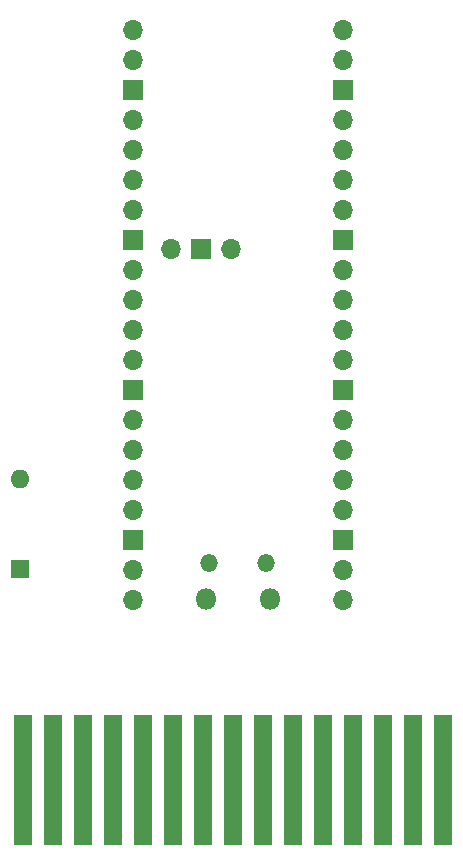
<source format=gbr>
%TF.GenerationSoftware,KiCad,Pcbnew,8.0.6*%
%TF.CreationDate,2025-03-18T08:59:09+02:00*%
%TF.ProjectId,SVI-328-PicoROM,5356492d-3332-4382-9d50-69636f524f4d,1.0*%
%TF.SameCoordinates,Original*%
%TF.FileFunction,Soldermask,Bot*%
%TF.FilePolarity,Negative*%
%FSLAX46Y46*%
G04 Gerber Fmt 4.6, Leading zero omitted, Abs format (unit mm)*
G04 Created by KiCad (PCBNEW 8.0.6) date 2025-03-18 08:59:09*
%MOMM*%
%LPD*%
G01*
G04 APERTURE LIST*
%ADD10R,1.500000X11.000000*%
%ADD11O,1.800000X1.800000*%
%ADD12O,1.500000X1.500000*%
%ADD13O,1.700000X1.700000*%
%ADD14R,1.700000X1.700000*%
%ADD15R,1.600000X1.600000*%
%ADD16O,1.600000X1.600000*%
G04 APERTURE END LIST*
D10*
%TO.C,J1*%
X151808691Y-156000414D03*
X149268691Y-156000414D03*
X146728691Y-156000414D03*
X144188691Y-156000414D03*
X141648691Y-156000414D03*
X139108691Y-156000414D03*
X136568691Y-156000414D03*
X134028691Y-156000414D03*
X131488691Y-156000414D03*
X128948691Y-156000414D03*
X126408691Y-156000414D03*
X123868691Y-156000414D03*
X121328691Y-156000414D03*
X118788691Y-156000414D03*
X116248691Y-156000414D03*
%TD*%
D11*
%TO.C,U1*%
X137115000Y-140630000D03*
D12*
X136815000Y-137600000D03*
X131965000Y-137600000D03*
D11*
X131665000Y-140630000D03*
D13*
X143280000Y-140760000D03*
X143280000Y-138220000D03*
D14*
X143280000Y-135680000D03*
D13*
X143280000Y-133140000D03*
X143280000Y-130600000D03*
X143280000Y-128060000D03*
X143280000Y-125520000D03*
D14*
X143280000Y-122980000D03*
D13*
X143280000Y-120440000D03*
X143280000Y-117900000D03*
X143280000Y-115360000D03*
X143280000Y-112820000D03*
D14*
X143280000Y-110280000D03*
D13*
X143280000Y-107740000D03*
X143280000Y-105200000D03*
X143280000Y-102660000D03*
X143280000Y-100120000D03*
D14*
X143280000Y-97580000D03*
D13*
X143280000Y-95040000D03*
X143280000Y-92500000D03*
X125500000Y-92500000D03*
X125500000Y-95040000D03*
D14*
X125500000Y-97580000D03*
D13*
X125500000Y-100120000D03*
X125500000Y-102660000D03*
X125500000Y-105200000D03*
X125500000Y-107740000D03*
D14*
X125500000Y-110280000D03*
D13*
X125500000Y-112820000D03*
X125500000Y-115360000D03*
X125500000Y-117900000D03*
X125500000Y-120440000D03*
D14*
X125500000Y-122980000D03*
D13*
X125500000Y-125520000D03*
X125500000Y-128060000D03*
X125500000Y-130600000D03*
X125500000Y-133140000D03*
D14*
X125500000Y-135680000D03*
D13*
X125500000Y-138220000D03*
X125500000Y-140760000D03*
X133805900Y-111030000D03*
D14*
X131265900Y-111030000D03*
D13*
X128725900Y-111030000D03*
%TD*%
D15*
%TO.C,D1*%
X116000000Y-138120000D03*
D16*
X116000000Y-130500000D03*
%TD*%
M02*

</source>
